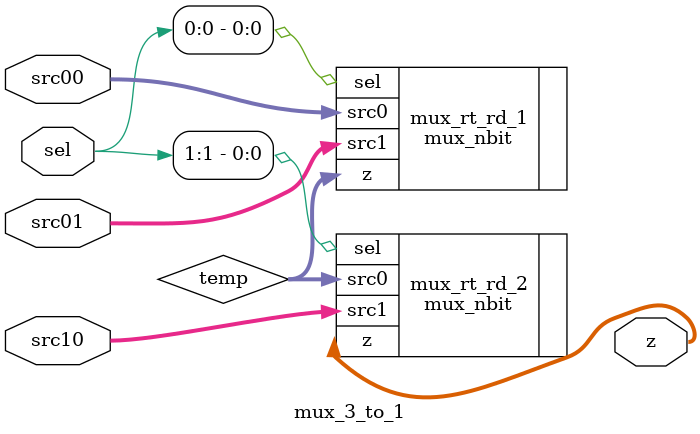
<source format=v>
module mux_3_to_1(
//input
sel,
src00, 
src01, 
src10,
//output
z
);
input [1:0] sel;
input [31:0] src00;
input [31:0] src01;
input [31:0] src10;
output [31:0] z;
wire [31:0] temp;
mux_nbit #(.n(32)) mux_rt_rd_1(
.sel(sel[0]),
.src0(src00),
.src1(src01),
.z(temp)
);
mux_nbit #(.n(32)) mux_rt_rd_2(
.sel(sel[1]),
.src0(temp),
.src1(src10),
.z(z)
);	
endmodule

</source>
